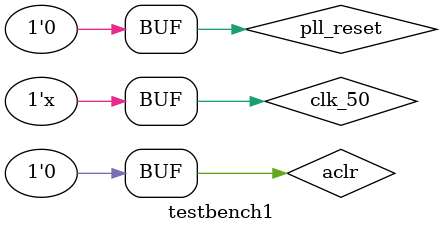
<source format=v>
`timescale 1ns/1ps
module testbench1;
reg clk_50;
reg pll_reset;
initial begin
clk_50<=1'b0;

end
always #10 clk_50<=~clk_50;
wire clk_50_90;
wire clk_150_0;
wire clk_150_90;
wire clk_50_0;







reg [1:0] state=2'b00;
reg [3:0] wait_4=4'b000;
reg wreq=1'b0;
reg rreq=1'b0;
reg [15:0] w_data=15'b0;
always @(posedge clk_50_0)
begin
 case(state)
 2'b00:begin
  if(wait_4==4'b1000)
   begin
	 wait_4<=4'b000;
	 state<=2'b01;
	end
  else
   wait_4=wait_4+4'b001;
  end
  2'b01:begin
  if(wait_4==4'b1000)
   begin
	 wait_4<=4'b000;
	 state<=2'b11;
	 wreq<=1'b0;
	end
  else
   begin
	 wreq<=1'b1;
	 w_data<=w_data+15'd1;
	 wait_4<=wait_4+4'b001;
   end
  end
  2'b10:begin
  if(wait_4==4'b1000)
   begin
	 wait_4<=4'b000;
	 state<=2'b11;
	end
  else
   wait_4=wait_4+4'b001;
  end
  2'b11:begin
  if(wait_4==4'b1000)
   begin
	 wait_4<=4'b000;
	 state<=2'b00;
	 rreq<=1'b0;
	end
  else
   begin
	 wait_4<=wait_4+4'b001;
   end 
	end
  default:begin
	state<=2'b00;
   wait_4<=4'b000;
  end
  endcase
end

reg [3:0] count=4'b0;
always @(posedge clk_150_0)
begin
 if(state==2'b11)
 begin
  if(count==4'b1000)
   begin
	 state<=2'b01;
    wait_4<=4'b0;
	 count<=4'b0;
	 rreq<=1'b0;
	end
 else
 begin
  rreq<=1'b1;
  count=count+4'b0001;
  end
 end
end


reg aclr=1'b0;
initial begin
pll_reset<=1'b1;
#30
pll_reset<=1'b0;
#10000
aclr<=1'b1;
#1
aclr<=1'b0;
#100
aclr<=1'b1;
#10
aclr<=1'b0;
end

wire [15:0] data_out;
wire rempty;
wire wempty;
wire rfull;
wire wfull;
wire [2:0] ruse;
wire [2:0] wuse;

top top11(
	.aclr(aclr),
	.data(w_data),
	.rdclk(clk_150_90),
	.rdreq(rreq),
	.wrclk(clk_50_90),
	.wrreq(wreq),
	.q(data_out),
	.rdempty(rempty),
	.rdfull(rfull),
	.rdusedw(ruse),
	.wrempty(wempty),
	.wrfull(wfull),
	.wrusedw(wuse),
	.clk_50(clk_50),
	.clk_50_0(clk_50_0),
	.clk_150_0(clk_150_0),
	.clk_150_90(clk_150_90),
	.clk_50_90(clk_50_90),
	.pll_reset(pll_reset)
	);
	
endmodule

</source>
